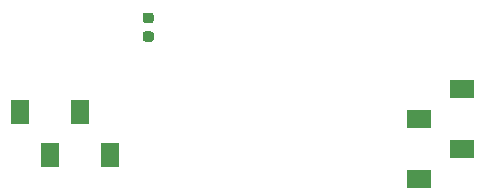
<source format=gtp>
G04 #@! TF.GenerationSoftware,KiCad,Pcbnew,(5.1.9-16-g1737927814)-1*
G04 #@! TF.CreationDate,2021-04-01T12:21:51-04:00*
G04 #@! TF.ProjectId,pressure_ms4525do,70726573-7375-4726-955f-6d7334353235,1*
G04 #@! TF.SameCoordinates,Original*
G04 #@! TF.FileFunction,Paste,Top*
G04 #@! TF.FilePolarity,Positive*
%FSLAX45Y45*%
G04 Gerber Fmt 4.5, Leading zero omitted, Abs format (unit mm)*
G04 Created by KiCad (PCBNEW (5.1.9-16-g1737927814)-1) date 2021-04-01 12:21:51*
%MOMM*%
%LPD*%
G01*
G04 APERTURE LIST*
%ADD10R,1.500000X2.100000*%
%ADD11R,2.100000X1.500000*%
G04 APERTURE END LIST*
D10*
X219000Y-1065000D03*
X727000Y-1065000D03*
X473000Y-1435000D03*
X981000Y-1435000D03*
D11*
X3960000Y-869000D03*
X3960000Y-1377000D03*
X3590000Y-1123000D03*
X3590000Y-1631000D03*
G36*
G01*
X1274375Y-385000D02*
X1325625Y-385000D01*
G75*
G02*
X1347500Y-406875I0J-21875D01*
G01*
X1347500Y-450625D01*
G75*
G02*
X1325625Y-472500I-21875J0D01*
G01*
X1274375Y-472500D01*
G75*
G02*
X1252500Y-450625I0J21875D01*
G01*
X1252500Y-406875D01*
G75*
G02*
X1274375Y-385000I21875J0D01*
G01*
G37*
G36*
G01*
X1274375Y-227500D02*
X1325625Y-227500D01*
G75*
G02*
X1347500Y-249375I0J-21875D01*
G01*
X1347500Y-293125D01*
G75*
G02*
X1325625Y-315000I-21875J0D01*
G01*
X1274375Y-315000D01*
G75*
G02*
X1252500Y-293125I0J21875D01*
G01*
X1252500Y-249375D01*
G75*
G02*
X1274375Y-227500I21875J0D01*
G01*
G37*
M02*

</source>
